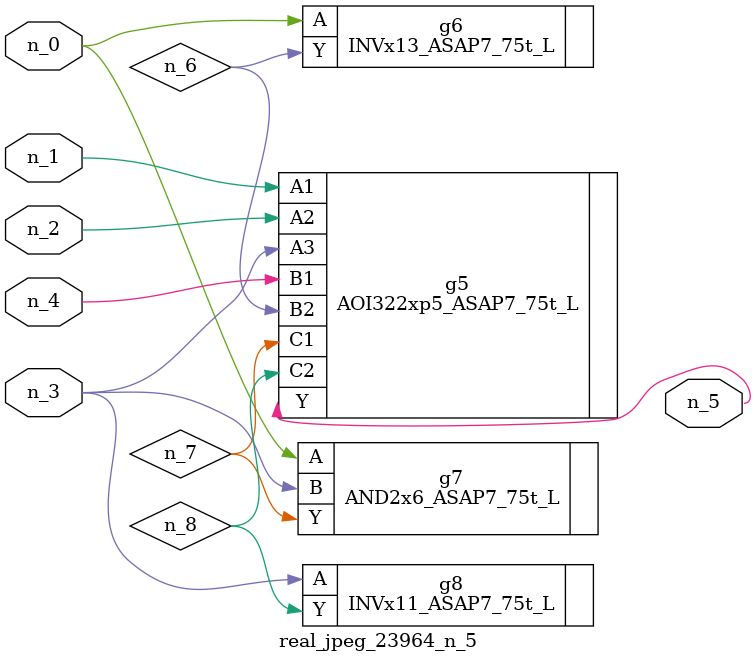
<source format=v>
module real_jpeg_23964_n_5 (n_4, n_0, n_1, n_2, n_3, n_5);

input n_4;
input n_0;
input n_1;
input n_2;
input n_3;

output n_5;

wire n_8;
wire n_6;
wire n_7;

INVx13_ASAP7_75t_L g6 ( 
.A(n_0),
.Y(n_6)
);

AND2x6_ASAP7_75t_L g7 ( 
.A(n_0),
.B(n_3),
.Y(n_7)
);

AOI322xp5_ASAP7_75t_L g5 ( 
.A1(n_1),
.A2(n_2),
.A3(n_3),
.B1(n_4),
.B2(n_6),
.C1(n_7),
.C2(n_8),
.Y(n_5)
);

INVx11_ASAP7_75t_L g8 ( 
.A(n_3),
.Y(n_8)
);


endmodule
</source>
